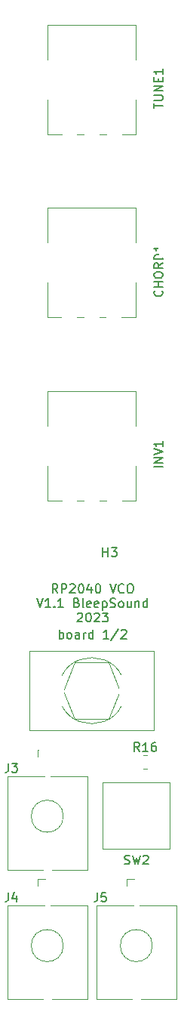
<source format=gto>
G04 #@! TF.GenerationSoftware,KiCad,Pcbnew,7.0.1.1-36-gbcf78dbe24-dirty-deb11*
G04 #@! TF.CreationDate,2023-04-07T07:36:52+00:00*
G04 #@! TF.ProjectId,RP2040-VCO,52503230-3430-42d5-9643-4f2e6b696361,rev?*
G04 #@! TF.SameCoordinates,Original*
G04 #@! TF.FileFunction,Legend,Top*
G04 #@! TF.FilePolarity,Positive*
%FSLAX46Y46*%
G04 Gerber Fmt 4.6, Leading zero omitted, Abs format (unit mm)*
G04 Created by KiCad (PCBNEW 7.0.1.1-36-gbcf78dbe24-dirty-deb11) date 2023-04-07 07:36:52*
%MOMM*%
%LPD*%
G01*
G04 APERTURE LIST*
%ADD10C,0.150000*%
%ADD11C,0.120000*%
%ADD12R,1.930000X1.830000*%
%ADD13C,2.130000*%
%ADD14C,4.000000*%
%ADD15C,1.800000*%
%ADD16C,1.500000*%
%ADD17C,1.524000*%
%ADD18C,3.200000*%
%ADD19O,3.200000X5.000000*%
%ADD20R,1.700000X1.700000*%
%ADD21O,1.700000X1.700000*%
G04 APERTURE END LIST*
D10*
X80171428Y-100542619D02*
X79838095Y-100066428D01*
X79600000Y-100542619D02*
X79600000Y-99542619D01*
X79600000Y-99542619D02*
X79980952Y-99542619D01*
X79980952Y-99542619D02*
X80076190Y-99590238D01*
X80076190Y-99590238D02*
X80123809Y-99637857D01*
X80123809Y-99637857D02*
X80171428Y-99733095D01*
X80171428Y-99733095D02*
X80171428Y-99875952D01*
X80171428Y-99875952D02*
X80123809Y-99971190D01*
X80123809Y-99971190D02*
X80076190Y-100018809D01*
X80076190Y-100018809D02*
X79980952Y-100066428D01*
X79980952Y-100066428D02*
X79600000Y-100066428D01*
X80600000Y-100542619D02*
X80600000Y-99542619D01*
X80600000Y-99542619D02*
X80980952Y-99542619D01*
X80980952Y-99542619D02*
X81076190Y-99590238D01*
X81076190Y-99590238D02*
X81123809Y-99637857D01*
X81123809Y-99637857D02*
X81171428Y-99733095D01*
X81171428Y-99733095D02*
X81171428Y-99875952D01*
X81171428Y-99875952D02*
X81123809Y-99971190D01*
X81123809Y-99971190D02*
X81076190Y-100018809D01*
X81076190Y-100018809D02*
X80980952Y-100066428D01*
X80980952Y-100066428D02*
X80600000Y-100066428D01*
X81552381Y-99637857D02*
X81600000Y-99590238D01*
X81600000Y-99590238D02*
X81695238Y-99542619D01*
X81695238Y-99542619D02*
X81933333Y-99542619D01*
X81933333Y-99542619D02*
X82028571Y-99590238D01*
X82028571Y-99590238D02*
X82076190Y-99637857D01*
X82076190Y-99637857D02*
X82123809Y-99733095D01*
X82123809Y-99733095D02*
X82123809Y-99828333D01*
X82123809Y-99828333D02*
X82076190Y-99971190D01*
X82076190Y-99971190D02*
X81504762Y-100542619D01*
X81504762Y-100542619D02*
X82123809Y-100542619D01*
X82742857Y-99542619D02*
X82838095Y-99542619D01*
X82838095Y-99542619D02*
X82933333Y-99590238D01*
X82933333Y-99590238D02*
X82980952Y-99637857D01*
X82980952Y-99637857D02*
X83028571Y-99733095D01*
X83028571Y-99733095D02*
X83076190Y-99923571D01*
X83076190Y-99923571D02*
X83076190Y-100161666D01*
X83076190Y-100161666D02*
X83028571Y-100352142D01*
X83028571Y-100352142D02*
X82980952Y-100447380D01*
X82980952Y-100447380D02*
X82933333Y-100495000D01*
X82933333Y-100495000D02*
X82838095Y-100542619D01*
X82838095Y-100542619D02*
X82742857Y-100542619D01*
X82742857Y-100542619D02*
X82647619Y-100495000D01*
X82647619Y-100495000D02*
X82600000Y-100447380D01*
X82600000Y-100447380D02*
X82552381Y-100352142D01*
X82552381Y-100352142D02*
X82504762Y-100161666D01*
X82504762Y-100161666D02*
X82504762Y-99923571D01*
X82504762Y-99923571D02*
X82552381Y-99733095D01*
X82552381Y-99733095D02*
X82600000Y-99637857D01*
X82600000Y-99637857D02*
X82647619Y-99590238D01*
X82647619Y-99590238D02*
X82742857Y-99542619D01*
X83933333Y-99875952D02*
X83933333Y-100542619D01*
X83695238Y-99495000D02*
X83457143Y-100209285D01*
X83457143Y-100209285D02*
X84076190Y-100209285D01*
X84647619Y-99542619D02*
X84742857Y-99542619D01*
X84742857Y-99542619D02*
X84838095Y-99590238D01*
X84838095Y-99590238D02*
X84885714Y-99637857D01*
X84885714Y-99637857D02*
X84933333Y-99733095D01*
X84933333Y-99733095D02*
X84980952Y-99923571D01*
X84980952Y-99923571D02*
X84980952Y-100161666D01*
X84980952Y-100161666D02*
X84933333Y-100352142D01*
X84933333Y-100352142D02*
X84885714Y-100447380D01*
X84885714Y-100447380D02*
X84838095Y-100495000D01*
X84838095Y-100495000D02*
X84742857Y-100542619D01*
X84742857Y-100542619D02*
X84647619Y-100542619D01*
X84647619Y-100542619D02*
X84552381Y-100495000D01*
X84552381Y-100495000D02*
X84504762Y-100447380D01*
X84504762Y-100447380D02*
X84457143Y-100352142D01*
X84457143Y-100352142D02*
X84409524Y-100161666D01*
X84409524Y-100161666D02*
X84409524Y-99923571D01*
X84409524Y-99923571D02*
X84457143Y-99733095D01*
X84457143Y-99733095D02*
X84504762Y-99637857D01*
X84504762Y-99637857D02*
X84552381Y-99590238D01*
X84552381Y-99590238D02*
X84647619Y-99542619D01*
X86028572Y-99542619D02*
X86361905Y-100542619D01*
X86361905Y-100542619D02*
X86695238Y-99542619D01*
X87600000Y-100447380D02*
X87552381Y-100495000D01*
X87552381Y-100495000D02*
X87409524Y-100542619D01*
X87409524Y-100542619D02*
X87314286Y-100542619D01*
X87314286Y-100542619D02*
X87171429Y-100495000D01*
X87171429Y-100495000D02*
X87076191Y-100399761D01*
X87076191Y-100399761D02*
X87028572Y-100304523D01*
X87028572Y-100304523D02*
X86980953Y-100114047D01*
X86980953Y-100114047D02*
X86980953Y-99971190D01*
X86980953Y-99971190D02*
X87028572Y-99780714D01*
X87028572Y-99780714D02*
X87076191Y-99685476D01*
X87076191Y-99685476D02*
X87171429Y-99590238D01*
X87171429Y-99590238D02*
X87314286Y-99542619D01*
X87314286Y-99542619D02*
X87409524Y-99542619D01*
X87409524Y-99542619D02*
X87552381Y-99590238D01*
X87552381Y-99590238D02*
X87600000Y-99637857D01*
X88219048Y-99542619D02*
X88409524Y-99542619D01*
X88409524Y-99542619D02*
X88504762Y-99590238D01*
X88504762Y-99590238D02*
X88600000Y-99685476D01*
X88600000Y-99685476D02*
X88647619Y-99875952D01*
X88647619Y-99875952D02*
X88647619Y-100209285D01*
X88647619Y-100209285D02*
X88600000Y-100399761D01*
X88600000Y-100399761D02*
X88504762Y-100495000D01*
X88504762Y-100495000D02*
X88409524Y-100542619D01*
X88409524Y-100542619D02*
X88219048Y-100542619D01*
X88219048Y-100542619D02*
X88123810Y-100495000D01*
X88123810Y-100495000D02*
X88028572Y-100399761D01*
X88028572Y-100399761D02*
X87980953Y-100209285D01*
X87980953Y-100209285D02*
X87980953Y-99875952D01*
X87980953Y-99875952D02*
X88028572Y-99685476D01*
X88028572Y-99685476D02*
X88123810Y-99590238D01*
X88123810Y-99590238D02*
X88219048Y-99542619D01*
X77838095Y-101162619D02*
X78171428Y-102162619D01*
X78171428Y-102162619D02*
X78504761Y-101162619D01*
X79361904Y-102162619D02*
X78790476Y-102162619D01*
X79076190Y-102162619D02*
X79076190Y-101162619D01*
X79076190Y-101162619D02*
X78980952Y-101305476D01*
X78980952Y-101305476D02*
X78885714Y-101400714D01*
X78885714Y-101400714D02*
X78790476Y-101448333D01*
X79790476Y-102067380D02*
X79838095Y-102115000D01*
X79838095Y-102115000D02*
X79790476Y-102162619D01*
X79790476Y-102162619D02*
X79742857Y-102115000D01*
X79742857Y-102115000D02*
X79790476Y-102067380D01*
X79790476Y-102067380D02*
X79790476Y-102162619D01*
X80790475Y-102162619D02*
X80219047Y-102162619D01*
X80504761Y-102162619D02*
X80504761Y-101162619D01*
X80504761Y-101162619D02*
X80409523Y-101305476D01*
X80409523Y-101305476D02*
X80314285Y-101400714D01*
X80314285Y-101400714D02*
X80219047Y-101448333D01*
X82314285Y-101638809D02*
X82457142Y-101686428D01*
X82457142Y-101686428D02*
X82504761Y-101734047D01*
X82504761Y-101734047D02*
X82552380Y-101829285D01*
X82552380Y-101829285D02*
X82552380Y-101972142D01*
X82552380Y-101972142D02*
X82504761Y-102067380D01*
X82504761Y-102067380D02*
X82457142Y-102115000D01*
X82457142Y-102115000D02*
X82361904Y-102162619D01*
X82361904Y-102162619D02*
X81980952Y-102162619D01*
X81980952Y-102162619D02*
X81980952Y-101162619D01*
X81980952Y-101162619D02*
X82314285Y-101162619D01*
X82314285Y-101162619D02*
X82409523Y-101210238D01*
X82409523Y-101210238D02*
X82457142Y-101257857D01*
X82457142Y-101257857D02*
X82504761Y-101353095D01*
X82504761Y-101353095D02*
X82504761Y-101448333D01*
X82504761Y-101448333D02*
X82457142Y-101543571D01*
X82457142Y-101543571D02*
X82409523Y-101591190D01*
X82409523Y-101591190D02*
X82314285Y-101638809D01*
X82314285Y-101638809D02*
X81980952Y-101638809D01*
X83123809Y-102162619D02*
X83028571Y-102115000D01*
X83028571Y-102115000D02*
X82980952Y-102019761D01*
X82980952Y-102019761D02*
X82980952Y-101162619D01*
X83885714Y-102115000D02*
X83790476Y-102162619D01*
X83790476Y-102162619D02*
X83600000Y-102162619D01*
X83600000Y-102162619D02*
X83504762Y-102115000D01*
X83504762Y-102115000D02*
X83457143Y-102019761D01*
X83457143Y-102019761D02*
X83457143Y-101638809D01*
X83457143Y-101638809D02*
X83504762Y-101543571D01*
X83504762Y-101543571D02*
X83600000Y-101495952D01*
X83600000Y-101495952D02*
X83790476Y-101495952D01*
X83790476Y-101495952D02*
X83885714Y-101543571D01*
X83885714Y-101543571D02*
X83933333Y-101638809D01*
X83933333Y-101638809D02*
X83933333Y-101734047D01*
X83933333Y-101734047D02*
X83457143Y-101829285D01*
X84742857Y-102115000D02*
X84647619Y-102162619D01*
X84647619Y-102162619D02*
X84457143Y-102162619D01*
X84457143Y-102162619D02*
X84361905Y-102115000D01*
X84361905Y-102115000D02*
X84314286Y-102019761D01*
X84314286Y-102019761D02*
X84314286Y-101638809D01*
X84314286Y-101638809D02*
X84361905Y-101543571D01*
X84361905Y-101543571D02*
X84457143Y-101495952D01*
X84457143Y-101495952D02*
X84647619Y-101495952D01*
X84647619Y-101495952D02*
X84742857Y-101543571D01*
X84742857Y-101543571D02*
X84790476Y-101638809D01*
X84790476Y-101638809D02*
X84790476Y-101734047D01*
X84790476Y-101734047D02*
X84314286Y-101829285D01*
X85219048Y-101495952D02*
X85219048Y-102495952D01*
X85219048Y-101543571D02*
X85314286Y-101495952D01*
X85314286Y-101495952D02*
X85504762Y-101495952D01*
X85504762Y-101495952D02*
X85600000Y-101543571D01*
X85600000Y-101543571D02*
X85647619Y-101591190D01*
X85647619Y-101591190D02*
X85695238Y-101686428D01*
X85695238Y-101686428D02*
X85695238Y-101972142D01*
X85695238Y-101972142D02*
X85647619Y-102067380D01*
X85647619Y-102067380D02*
X85600000Y-102115000D01*
X85600000Y-102115000D02*
X85504762Y-102162619D01*
X85504762Y-102162619D02*
X85314286Y-102162619D01*
X85314286Y-102162619D02*
X85219048Y-102115000D01*
X86076191Y-102115000D02*
X86219048Y-102162619D01*
X86219048Y-102162619D02*
X86457143Y-102162619D01*
X86457143Y-102162619D02*
X86552381Y-102115000D01*
X86552381Y-102115000D02*
X86600000Y-102067380D01*
X86600000Y-102067380D02*
X86647619Y-101972142D01*
X86647619Y-101972142D02*
X86647619Y-101876904D01*
X86647619Y-101876904D02*
X86600000Y-101781666D01*
X86600000Y-101781666D02*
X86552381Y-101734047D01*
X86552381Y-101734047D02*
X86457143Y-101686428D01*
X86457143Y-101686428D02*
X86266667Y-101638809D01*
X86266667Y-101638809D02*
X86171429Y-101591190D01*
X86171429Y-101591190D02*
X86123810Y-101543571D01*
X86123810Y-101543571D02*
X86076191Y-101448333D01*
X86076191Y-101448333D02*
X86076191Y-101353095D01*
X86076191Y-101353095D02*
X86123810Y-101257857D01*
X86123810Y-101257857D02*
X86171429Y-101210238D01*
X86171429Y-101210238D02*
X86266667Y-101162619D01*
X86266667Y-101162619D02*
X86504762Y-101162619D01*
X86504762Y-101162619D02*
X86647619Y-101210238D01*
X87219048Y-102162619D02*
X87123810Y-102115000D01*
X87123810Y-102115000D02*
X87076191Y-102067380D01*
X87076191Y-102067380D02*
X87028572Y-101972142D01*
X87028572Y-101972142D02*
X87028572Y-101686428D01*
X87028572Y-101686428D02*
X87076191Y-101591190D01*
X87076191Y-101591190D02*
X87123810Y-101543571D01*
X87123810Y-101543571D02*
X87219048Y-101495952D01*
X87219048Y-101495952D02*
X87361905Y-101495952D01*
X87361905Y-101495952D02*
X87457143Y-101543571D01*
X87457143Y-101543571D02*
X87504762Y-101591190D01*
X87504762Y-101591190D02*
X87552381Y-101686428D01*
X87552381Y-101686428D02*
X87552381Y-101972142D01*
X87552381Y-101972142D02*
X87504762Y-102067380D01*
X87504762Y-102067380D02*
X87457143Y-102115000D01*
X87457143Y-102115000D02*
X87361905Y-102162619D01*
X87361905Y-102162619D02*
X87219048Y-102162619D01*
X88409524Y-101495952D02*
X88409524Y-102162619D01*
X87980953Y-101495952D02*
X87980953Y-102019761D01*
X87980953Y-102019761D02*
X88028572Y-102115000D01*
X88028572Y-102115000D02*
X88123810Y-102162619D01*
X88123810Y-102162619D02*
X88266667Y-102162619D01*
X88266667Y-102162619D02*
X88361905Y-102115000D01*
X88361905Y-102115000D02*
X88409524Y-102067380D01*
X88885715Y-101495952D02*
X88885715Y-102162619D01*
X88885715Y-101591190D02*
X88933334Y-101543571D01*
X88933334Y-101543571D02*
X89028572Y-101495952D01*
X89028572Y-101495952D02*
X89171429Y-101495952D01*
X89171429Y-101495952D02*
X89266667Y-101543571D01*
X89266667Y-101543571D02*
X89314286Y-101638809D01*
X89314286Y-101638809D02*
X89314286Y-102162619D01*
X90219048Y-102162619D02*
X90219048Y-101162619D01*
X90219048Y-102115000D02*
X90123810Y-102162619D01*
X90123810Y-102162619D02*
X89933334Y-102162619D01*
X89933334Y-102162619D02*
X89838096Y-102115000D01*
X89838096Y-102115000D02*
X89790477Y-102067380D01*
X89790477Y-102067380D02*
X89742858Y-101972142D01*
X89742858Y-101972142D02*
X89742858Y-101686428D01*
X89742858Y-101686428D02*
X89790477Y-101591190D01*
X89790477Y-101591190D02*
X89838096Y-101543571D01*
X89838096Y-101543571D02*
X89933334Y-101495952D01*
X89933334Y-101495952D02*
X90123810Y-101495952D01*
X90123810Y-101495952D02*
X90219048Y-101543571D01*
X82385714Y-102877857D02*
X82433333Y-102830238D01*
X82433333Y-102830238D02*
X82528571Y-102782619D01*
X82528571Y-102782619D02*
X82766666Y-102782619D01*
X82766666Y-102782619D02*
X82861904Y-102830238D01*
X82861904Y-102830238D02*
X82909523Y-102877857D01*
X82909523Y-102877857D02*
X82957142Y-102973095D01*
X82957142Y-102973095D02*
X82957142Y-103068333D01*
X82957142Y-103068333D02*
X82909523Y-103211190D01*
X82909523Y-103211190D02*
X82338095Y-103782619D01*
X82338095Y-103782619D02*
X82957142Y-103782619D01*
X83576190Y-102782619D02*
X83671428Y-102782619D01*
X83671428Y-102782619D02*
X83766666Y-102830238D01*
X83766666Y-102830238D02*
X83814285Y-102877857D01*
X83814285Y-102877857D02*
X83861904Y-102973095D01*
X83861904Y-102973095D02*
X83909523Y-103163571D01*
X83909523Y-103163571D02*
X83909523Y-103401666D01*
X83909523Y-103401666D02*
X83861904Y-103592142D01*
X83861904Y-103592142D02*
X83814285Y-103687380D01*
X83814285Y-103687380D02*
X83766666Y-103735000D01*
X83766666Y-103735000D02*
X83671428Y-103782619D01*
X83671428Y-103782619D02*
X83576190Y-103782619D01*
X83576190Y-103782619D02*
X83480952Y-103735000D01*
X83480952Y-103735000D02*
X83433333Y-103687380D01*
X83433333Y-103687380D02*
X83385714Y-103592142D01*
X83385714Y-103592142D02*
X83338095Y-103401666D01*
X83338095Y-103401666D02*
X83338095Y-103163571D01*
X83338095Y-103163571D02*
X83385714Y-102973095D01*
X83385714Y-102973095D02*
X83433333Y-102877857D01*
X83433333Y-102877857D02*
X83480952Y-102830238D01*
X83480952Y-102830238D02*
X83576190Y-102782619D01*
X84290476Y-102877857D02*
X84338095Y-102830238D01*
X84338095Y-102830238D02*
X84433333Y-102782619D01*
X84433333Y-102782619D02*
X84671428Y-102782619D01*
X84671428Y-102782619D02*
X84766666Y-102830238D01*
X84766666Y-102830238D02*
X84814285Y-102877857D01*
X84814285Y-102877857D02*
X84861904Y-102973095D01*
X84861904Y-102973095D02*
X84861904Y-103068333D01*
X84861904Y-103068333D02*
X84814285Y-103211190D01*
X84814285Y-103211190D02*
X84242857Y-103782619D01*
X84242857Y-103782619D02*
X84861904Y-103782619D01*
X85195238Y-102782619D02*
X85814285Y-102782619D01*
X85814285Y-102782619D02*
X85480952Y-103163571D01*
X85480952Y-103163571D02*
X85623809Y-103163571D01*
X85623809Y-103163571D02*
X85719047Y-103211190D01*
X85719047Y-103211190D02*
X85766666Y-103258809D01*
X85766666Y-103258809D02*
X85814285Y-103354047D01*
X85814285Y-103354047D02*
X85814285Y-103592142D01*
X85814285Y-103592142D02*
X85766666Y-103687380D01*
X85766666Y-103687380D02*
X85719047Y-103735000D01*
X85719047Y-103735000D02*
X85623809Y-103782619D01*
X85623809Y-103782619D02*
X85338095Y-103782619D01*
X85338095Y-103782619D02*
X85242857Y-103735000D01*
X85242857Y-103735000D02*
X85195238Y-103687380D01*
X80361904Y-105662619D02*
X80361904Y-104662619D01*
X80361904Y-105043571D02*
X80457142Y-104995952D01*
X80457142Y-104995952D02*
X80647618Y-104995952D01*
X80647618Y-104995952D02*
X80742856Y-105043571D01*
X80742856Y-105043571D02*
X80790475Y-105091190D01*
X80790475Y-105091190D02*
X80838094Y-105186428D01*
X80838094Y-105186428D02*
X80838094Y-105472142D01*
X80838094Y-105472142D02*
X80790475Y-105567380D01*
X80790475Y-105567380D02*
X80742856Y-105615000D01*
X80742856Y-105615000D02*
X80647618Y-105662619D01*
X80647618Y-105662619D02*
X80457142Y-105662619D01*
X80457142Y-105662619D02*
X80361904Y-105615000D01*
X81409523Y-105662619D02*
X81314285Y-105615000D01*
X81314285Y-105615000D02*
X81266666Y-105567380D01*
X81266666Y-105567380D02*
X81219047Y-105472142D01*
X81219047Y-105472142D02*
X81219047Y-105186428D01*
X81219047Y-105186428D02*
X81266666Y-105091190D01*
X81266666Y-105091190D02*
X81314285Y-105043571D01*
X81314285Y-105043571D02*
X81409523Y-104995952D01*
X81409523Y-104995952D02*
X81552380Y-104995952D01*
X81552380Y-104995952D02*
X81647618Y-105043571D01*
X81647618Y-105043571D02*
X81695237Y-105091190D01*
X81695237Y-105091190D02*
X81742856Y-105186428D01*
X81742856Y-105186428D02*
X81742856Y-105472142D01*
X81742856Y-105472142D02*
X81695237Y-105567380D01*
X81695237Y-105567380D02*
X81647618Y-105615000D01*
X81647618Y-105615000D02*
X81552380Y-105662619D01*
X81552380Y-105662619D02*
X81409523Y-105662619D01*
X82599999Y-105662619D02*
X82599999Y-105138809D01*
X82599999Y-105138809D02*
X82552380Y-105043571D01*
X82552380Y-105043571D02*
X82457142Y-104995952D01*
X82457142Y-104995952D02*
X82266666Y-104995952D01*
X82266666Y-104995952D02*
X82171428Y-105043571D01*
X82599999Y-105615000D02*
X82504761Y-105662619D01*
X82504761Y-105662619D02*
X82266666Y-105662619D01*
X82266666Y-105662619D02*
X82171428Y-105615000D01*
X82171428Y-105615000D02*
X82123809Y-105519761D01*
X82123809Y-105519761D02*
X82123809Y-105424523D01*
X82123809Y-105424523D02*
X82171428Y-105329285D01*
X82171428Y-105329285D02*
X82266666Y-105281666D01*
X82266666Y-105281666D02*
X82504761Y-105281666D01*
X82504761Y-105281666D02*
X82599999Y-105234047D01*
X83076190Y-105662619D02*
X83076190Y-104995952D01*
X83076190Y-105186428D02*
X83123809Y-105091190D01*
X83123809Y-105091190D02*
X83171428Y-105043571D01*
X83171428Y-105043571D02*
X83266666Y-104995952D01*
X83266666Y-104995952D02*
X83361904Y-104995952D01*
X84123809Y-105662619D02*
X84123809Y-104662619D01*
X84123809Y-105615000D02*
X84028571Y-105662619D01*
X84028571Y-105662619D02*
X83838095Y-105662619D01*
X83838095Y-105662619D02*
X83742857Y-105615000D01*
X83742857Y-105615000D02*
X83695238Y-105567380D01*
X83695238Y-105567380D02*
X83647619Y-105472142D01*
X83647619Y-105472142D02*
X83647619Y-105186428D01*
X83647619Y-105186428D02*
X83695238Y-105091190D01*
X83695238Y-105091190D02*
X83742857Y-105043571D01*
X83742857Y-105043571D02*
X83838095Y-104995952D01*
X83838095Y-104995952D02*
X84028571Y-104995952D01*
X84028571Y-104995952D02*
X84123809Y-105043571D01*
X85885714Y-105662619D02*
X85314286Y-105662619D01*
X85600000Y-105662619D02*
X85600000Y-104662619D01*
X85600000Y-104662619D02*
X85504762Y-104805476D01*
X85504762Y-104805476D02*
X85409524Y-104900714D01*
X85409524Y-104900714D02*
X85314286Y-104948333D01*
X87028571Y-104615000D02*
X86171429Y-105900714D01*
X87314286Y-104757857D02*
X87361905Y-104710238D01*
X87361905Y-104710238D02*
X87457143Y-104662619D01*
X87457143Y-104662619D02*
X87695238Y-104662619D01*
X87695238Y-104662619D02*
X87790476Y-104710238D01*
X87790476Y-104710238D02*
X87838095Y-104757857D01*
X87838095Y-104757857D02*
X87885714Y-104853095D01*
X87885714Y-104853095D02*
X87885714Y-104948333D01*
X87885714Y-104948333D02*
X87838095Y-105091190D01*
X87838095Y-105091190D02*
X87266667Y-105662619D01*
X87266667Y-105662619D02*
X87885714Y-105662619D01*
X84636666Y-134142619D02*
X84636666Y-134856904D01*
X84636666Y-134856904D02*
X84589047Y-134999761D01*
X84589047Y-134999761D02*
X84493809Y-135095000D01*
X84493809Y-135095000D02*
X84350952Y-135142619D01*
X84350952Y-135142619D02*
X84255714Y-135142619D01*
X85589047Y-134142619D02*
X85112857Y-134142619D01*
X85112857Y-134142619D02*
X85065238Y-134618809D01*
X85065238Y-134618809D02*
X85112857Y-134571190D01*
X85112857Y-134571190D02*
X85208095Y-134523571D01*
X85208095Y-134523571D02*
X85446190Y-134523571D01*
X85446190Y-134523571D02*
X85541428Y-134571190D01*
X85541428Y-134571190D02*
X85589047Y-134618809D01*
X85589047Y-134618809D02*
X85636666Y-134714047D01*
X85636666Y-134714047D02*
X85636666Y-134952142D01*
X85636666Y-134952142D02*
X85589047Y-135047380D01*
X85589047Y-135047380D02*
X85541428Y-135095000D01*
X85541428Y-135095000D02*
X85446190Y-135142619D01*
X85446190Y-135142619D02*
X85208095Y-135142619D01*
X85208095Y-135142619D02*
X85112857Y-135095000D01*
X85112857Y-135095000D02*
X85065238Y-135047380D01*
X74636666Y-134142619D02*
X74636666Y-134856904D01*
X74636666Y-134856904D02*
X74589047Y-134999761D01*
X74589047Y-134999761D02*
X74493809Y-135095000D01*
X74493809Y-135095000D02*
X74350952Y-135142619D01*
X74350952Y-135142619D02*
X74255714Y-135142619D01*
X75541428Y-134475952D02*
X75541428Y-135142619D01*
X75303333Y-134095000D02*
X75065238Y-134809285D01*
X75065238Y-134809285D02*
X75684285Y-134809285D01*
X74636666Y-119642619D02*
X74636666Y-120356904D01*
X74636666Y-120356904D02*
X74589047Y-120499761D01*
X74589047Y-120499761D02*
X74493809Y-120595000D01*
X74493809Y-120595000D02*
X74350952Y-120642619D01*
X74350952Y-120642619D02*
X74255714Y-120642619D01*
X75017619Y-119642619D02*
X75636666Y-119642619D01*
X75636666Y-119642619D02*
X75303333Y-120023571D01*
X75303333Y-120023571D02*
X75446190Y-120023571D01*
X75446190Y-120023571D02*
X75541428Y-120071190D01*
X75541428Y-120071190D02*
X75589047Y-120118809D01*
X75589047Y-120118809D02*
X75636666Y-120214047D01*
X75636666Y-120214047D02*
X75636666Y-120452142D01*
X75636666Y-120452142D02*
X75589047Y-120547380D01*
X75589047Y-120547380D02*
X75541428Y-120595000D01*
X75541428Y-120595000D02*
X75446190Y-120642619D01*
X75446190Y-120642619D02*
X75160476Y-120642619D01*
X75160476Y-120642619D02*
X75065238Y-120595000D01*
X75065238Y-120595000D02*
X75017619Y-120547380D01*
X90962619Y-46211904D02*
X90962619Y-45640476D01*
X91962619Y-45926190D02*
X90962619Y-45926190D01*
X90962619Y-45307142D02*
X91772142Y-45307142D01*
X91772142Y-45307142D02*
X91867380Y-45259523D01*
X91867380Y-45259523D02*
X91915000Y-45211904D01*
X91915000Y-45211904D02*
X91962619Y-45116666D01*
X91962619Y-45116666D02*
X91962619Y-44926190D01*
X91962619Y-44926190D02*
X91915000Y-44830952D01*
X91915000Y-44830952D02*
X91867380Y-44783333D01*
X91867380Y-44783333D02*
X91772142Y-44735714D01*
X91772142Y-44735714D02*
X90962619Y-44735714D01*
X91962619Y-44259523D02*
X90962619Y-44259523D01*
X90962619Y-44259523D02*
X91962619Y-43688095D01*
X91962619Y-43688095D02*
X90962619Y-43688095D01*
X91438809Y-43211904D02*
X91438809Y-42878571D01*
X91962619Y-42735714D02*
X91962619Y-43211904D01*
X91962619Y-43211904D02*
X90962619Y-43211904D01*
X90962619Y-43211904D02*
X90962619Y-42735714D01*
X91962619Y-41783333D02*
X91962619Y-42354761D01*
X91962619Y-42069047D02*
X90962619Y-42069047D01*
X90962619Y-42069047D02*
X91105476Y-42164285D01*
X91105476Y-42164285D02*
X91200714Y-42259523D01*
X91200714Y-42259523D02*
X91248333Y-42354761D01*
X87666667Y-130915000D02*
X87809524Y-130962619D01*
X87809524Y-130962619D02*
X88047619Y-130962619D01*
X88047619Y-130962619D02*
X88142857Y-130915000D01*
X88142857Y-130915000D02*
X88190476Y-130867380D01*
X88190476Y-130867380D02*
X88238095Y-130772142D01*
X88238095Y-130772142D02*
X88238095Y-130676904D01*
X88238095Y-130676904D02*
X88190476Y-130581666D01*
X88190476Y-130581666D02*
X88142857Y-130534047D01*
X88142857Y-130534047D02*
X88047619Y-130486428D01*
X88047619Y-130486428D02*
X87857143Y-130438809D01*
X87857143Y-130438809D02*
X87761905Y-130391190D01*
X87761905Y-130391190D02*
X87714286Y-130343571D01*
X87714286Y-130343571D02*
X87666667Y-130248333D01*
X87666667Y-130248333D02*
X87666667Y-130153095D01*
X87666667Y-130153095D02*
X87714286Y-130057857D01*
X87714286Y-130057857D02*
X87761905Y-130010238D01*
X87761905Y-130010238D02*
X87857143Y-129962619D01*
X87857143Y-129962619D02*
X88095238Y-129962619D01*
X88095238Y-129962619D02*
X88238095Y-130010238D01*
X88571429Y-129962619D02*
X88809524Y-130962619D01*
X88809524Y-130962619D02*
X89000000Y-130248333D01*
X89000000Y-130248333D02*
X89190476Y-130962619D01*
X89190476Y-130962619D02*
X89428572Y-129962619D01*
X89761905Y-130057857D02*
X89809524Y-130010238D01*
X89809524Y-130010238D02*
X89904762Y-129962619D01*
X89904762Y-129962619D02*
X90142857Y-129962619D01*
X90142857Y-129962619D02*
X90238095Y-130010238D01*
X90238095Y-130010238D02*
X90285714Y-130057857D01*
X90285714Y-130057857D02*
X90333333Y-130153095D01*
X90333333Y-130153095D02*
X90333333Y-130248333D01*
X90333333Y-130248333D02*
X90285714Y-130391190D01*
X90285714Y-130391190D02*
X89714286Y-130962619D01*
X89714286Y-130962619D02*
X90333333Y-130962619D01*
X85238095Y-96462619D02*
X85238095Y-95462619D01*
X85238095Y-95938809D02*
X85809523Y-95938809D01*
X85809523Y-96462619D02*
X85809523Y-95462619D01*
X86190476Y-95462619D02*
X86809523Y-95462619D01*
X86809523Y-95462619D02*
X86476190Y-95843571D01*
X86476190Y-95843571D02*
X86619047Y-95843571D01*
X86619047Y-95843571D02*
X86714285Y-95891190D01*
X86714285Y-95891190D02*
X86761904Y-95938809D01*
X86761904Y-95938809D02*
X86809523Y-96034047D01*
X86809523Y-96034047D02*
X86809523Y-96272142D01*
X86809523Y-96272142D02*
X86761904Y-96367380D01*
X86761904Y-96367380D02*
X86714285Y-96415000D01*
X86714285Y-96415000D02*
X86619047Y-96462619D01*
X86619047Y-96462619D02*
X86333333Y-96462619D01*
X86333333Y-96462619D02*
X86238095Y-96415000D01*
X86238095Y-96415000D02*
X86190476Y-96367380D01*
X89357142Y-118312619D02*
X89023809Y-117836428D01*
X88785714Y-118312619D02*
X88785714Y-117312619D01*
X88785714Y-117312619D02*
X89166666Y-117312619D01*
X89166666Y-117312619D02*
X89261904Y-117360238D01*
X89261904Y-117360238D02*
X89309523Y-117407857D01*
X89309523Y-117407857D02*
X89357142Y-117503095D01*
X89357142Y-117503095D02*
X89357142Y-117645952D01*
X89357142Y-117645952D02*
X89309523Y-117741190D01*
X89309523Y-117741190D02*
X89261904Y-117788809D01*
X89261904Y-117788809D02*
X89166666Y-117836428D01*
X89166666Y-117836428D02*
X88785714Y-117836428D01*
X90309523Y-118312619D02*
X89738095Y-118312619D01*
X90023809Y-118312619D02*
X90023809Y-117312619D01*
X90023809Y-117312619D02*
X89928571Y-117455476D01*
X89928571Y-117455476D02*
X89833333Y-117550714D01*
X89833333Y-117550714D02*
X89738095Y-117598333D01*
X91166666Y-117312619D02*
X90976190Y-117312619D01*
X90976190Y-117312619D02*
X90880952Y-117360238D01*
X90880952Y-117360238D02*
X90833333Y-117407857D01*
X90833333Y-117407857D02*
X90738095Y-117550714D01*
X90738095Y-117550714D02*
X90690476Y-117741190D01*
X90690476Y-117741190D02*
X90690476Y-118122142D01*
X90690476Y-118122142D02*
X90738095Y-118217380D01*
X90738095Y-118217380D02*
X90785714Y-118265000D01*
X90785714Y-118265000D02*
X90880952Y-118312619D01*
X90880952Y-118312619D02*
X91071428Y-118312619D01*
X91071428Y-118312619D02*
X91166666Y-118265000D01*
X91166666Y-118265000D02*
X91214285Y-118217380D01*
X91214285Y-118217380D02*
X91261904Y-118122142D01*
X91261904Y-118122142D02*
X91261904Y-117884047D01*
X91261904Y-117884047D02*
X91214285Y-117788809D01*
X91214285Y-117788809D02*
X91166666Y-117741190D01*
X91166666Y-117741190D02*
X91071428Y-117693571D01*
X91071428Y-117693571D02*
X90880952Y-117693571D01*
X90880952Y-117693571D02*
X90785714Y-117741190D01*
X90785714Y-117741190D02*
X90738095Y-117788809D01*
X90738095Y-117788809D02*
X90690476Y-117884047D01*
X91867380Y-66664285D02*
X91915000Y-66711904D01*
X91915000Y-66711904D02*
X91962619Y-66854761D01*
X91962619Y-66854761D02*
X91962619Y-66949999D01*
X91962619Y-66949999D02*
X91915000Y-67092856D01*
X91915000Y-67092856D02*
X91819761Y-67188094D01*
X91819761Y-67188094D02*
X91724523Y-67235713D01*
X91724523Y-67235713D02*
X91534047Y-67283332D01*
X91534047Y-67283332D02*
X91391190Y-67283332D01*
X91391190Y-67283332D02*
X91200714Y-67235713D01*
X91200714Y-67235713D02*
X91105476Y-67188094D01*
X91105476Y-67188094D02*
X91010238Y-67092856D01*
X91010238Y-67092856D02*
X90962619Y-66949999D01*
X90962619Y-66949999D02*
X90962619Y-66854761D01*
X90962619Y-66854761D02*
X91010238Y-66711904D01*
X91010238Y-66711904D02*
X91057857Y-66664285D01*
X91962619Y-66235713D02*
X90962619Y-66235713D01*
X91438809Y-66235713D02*
X91438809Y-65664285D01*
X91962619Y-65664285D02*
X90962619Y-65664285D01*
X90962619Y-64997618D02*
X90962619Y-64807142D01*
X90962619Y-64807142D02*
X91010238Y-64711904D01*
X91010238Y-64711904D02*
X91105476Y-64616666D01*
X91105476Y-64616666D02*
X91295952Y-64569047D01*
X91295952Y-64569047D02*
X91629285Y-64569047D01*
X91629285Y-64569047D02*
X91819761Y-64616666D01*
X91819761Y-64616666D02*
X91915000Y-64711904D01*
X91915000Y-64711904D02*
X91962619Y-64807142D01*
X91962619Y-64807142D02*
X91962619Y-64997618D01*
X91962619Y-64997618D02*
X91915000Y-65092856D01*
X91915000Y-65092856D02*
X91819761Y-65188094D01*
X91819761Y-65188094D02*
X91629285Y-65235713D01*
X91629285Y-65235713D02*
X91295952Y-65235713D01*
X91295952Y-65235713D02*
X91105476Y-65188094D01*
X91105476Y-65188094D02*
X91010238Y-65092856D01*
X91010238Y-65092856D02*
X90962619Y-64997618D01*
X91962619Y-63569047D02*
X91486428Y-63902380D01*
X91962619Y-64140475D02*
X90962619Y-64140475D01*
X90962619Y-64140475D02*
X90962619Y-63759523D01*
X90962619Y-63759523D02*
X91010238Y-63664285D01*
X91010238Y-63664285D02*
X91057857Y-63616666D01*
X91057857Y-63616666D02*
X91153095Y-63569047D01*
X91153095Y-63569047D02*
X91295952Y-63569047D01*
X91295952Y-63569047D02*
X91391190Y-63616666D01*
X91391190Y-63616666D02*
X91438809Y-63664285D01*
X91438809Y-63664285D02*
X91486428Y-63759523D01*
X91486428Y-63759523D02*
X91486428Y-64140475D01*
X91962619Y-63140475D02*
X90962619Y-63140475D01*
X90962619Y-63140475D02*
X90962619Y-62902380D01*
X90962619Y-62902380D02*
X91010238Y-62759523D01*
X91010238Y-62759523D02*
X91105476Y-62664285D01*
X91105476Y-62664285D02*
X91200714Y-62616666D01*
X91200714Y-62616666D02*
X91391190Y-62569047D01*
X91391190Y-62569047D02*
X91534047Y-62569047D01*
X91534047Y-62569047D02*
X91724523Y-62616666D01*
X91724523Y-62616666D02*
X91819761Y-62664285D01*
X91819761Y-62664285D02*
X91915000Y-62759523D01*
X91915000Y-62759523D02*
X91962619Y-62902380D01*
X91962619Y-62902380D02*
X91962619Y-63140475D01*
X91962619Y-61616666D02*
X91962619Y-62188094D01*
X91962619Y-61902380D02*
X90962619Y-61902380D01*
X90962619Y-61902380D02*
X91105476Y-61997618D01*
X91105476Y-61997618D02*
X91200714Y-62092856D01*
X91200714Y-62092856D02*
X91248333Y-62188094D01*
X91962619Y-86428570D02*
X90962619Y-86428570D01*
X91962619Y-85952380D02*
X90962619Y-85952380D01*
X90962619Y-85952380D02*
X91962619Y-85380952D01*
X91962619Y-85380952D02*
X90962619Y-85380952D01*
X90962619Y-85047618D02*
X91962619Y-84714285D01*
X91962619Y-84714285D02*
X90962619Y-84380952D01*
X91962619Y-83523809D02*
X91962619Y-84095237D01*
X91962619Y-83809523D02*
X90962619Y-83809523D01*
X90962619Y-83809523D02*
X91105476Y-83904761D01*
X91105476Y-83904761D02*
X91200714Y-83999999D01*
X91200714Y-83999999D02*
X91248333Y-84095237D01*
D11*
X84500000Y-135580000D02*
X84500000Y-146080000D01*
X87940000Y-132600000D02*
X87940000Y-133400000D01*
X87940000Y-132600000D02*
X88800000Y-132600000D01*
X88500000Y-146080000D02*
X84500000Y-146080000D01*
X88650000Y-135580000D02*
X84500000Y-135580000D01*
X93500000Y-135580000D02*
X89350000Y-135580000D01*
X93500000Y-135580000D02*
X93500000Y-146080000D01*
X93500000Y-146080000D02*
X89500000Y-146080000D01*
X90800000Y-140080000D02*
G75*
G03*
X90800000Y-140080000I-1800000J0D01*
G01*
X74500000Y-135580000D02*
X74500000Y-146080000D01*
X77940000Y-132600000D02*
X77940000Y-133400000D01*
X77940000Y-132600000D02*
X78800000Y-132600000D01*
X78500000Y-146080000D02*
X74500000Y-146080000D01*
X78650000Y-135580000D02*
X74500000Y-135580000D01*
X83500000Y-135580000D02*
X79350000Y-135580000D01*
X83500000Y-135580000D02*
X83500000Y-146080000D01*
X83500000Y-146080000D02*
X79500000Y-146080000D01*
X80800000Y-140080000D02*
G75*
G03*
X80800000Y-140080000I-1800000J0D01*
G01*
X74500000Y-121080000D02*
X74500000Y-131580000D01*
X77940000Y-118100000D02*
X77940000Y-118900000D01*
X77940000Y-118100000D02*
X78800000Y-118100000D01*
X78500000Y-131580000D02*
X74500000Y-131580000D01*
X78650000Y-121080000D02*
X74500000Y-121080000D01*
X83500000Y-121080000D02*
X79350000Y-121080000D01*
X83500000Y-121080000D02*
X83500000Y-131580000D01*
X83500000Y-131580000D02*
X79500000Y-131580000D01*
X80800000Y-125580000D02*
G75*
G03*
X80800000Y-125580000I-1800000J0D01*
G01*
X79030000Y-49120000D02*
X80629000Y-49120000D01*
X79030000Y-49120000D02*
X79030000Y-45255000D01*
X82371000Y-49120000D02*
X83130000Y-49120000D01*
X84871000Y-49120000D02*
X85630000Y-49120000D01*
X87370000Y-49120000D02*
X88970000Y-49120000D01*
X88970000Y-49120000D02*
X88970000Y-45255000D01*
X79030000Y-40745000D02*
X79030000Y-36880000D01*
X88970000Y-40745000D02*
X88970000Y-36880000D01*
X79030000Y-36880000D02*
X88970000Y-36880000D01*
X85250000Y-121750000D02*
X92750000Y-121750000D01*
X85250000Y-129250000D02*
X85250000Y-121750000D01*
X85250000Y-129250000D02*
X92750000Y-129250000D01*
X92750000Y-129250000D02*
X92750000Y-121750000D01*
X89772936Y-118765000D02*
X90227064Y-118765000D01*
X89772936Y-120235000D02*
X90227064Y-120235000D01*
X90985000Y-115945000D02*
X77015000Y-115945000D01*
X90985000Y-107055000D02*
X90985000Y-115945000D01*
X87175000Y-111500000D02*
X85905000Y-114675000D01*
X85905000Y-114675000D02*
X82095000Y-114675000D01*
X85905000Y-108325000D02*
X87175000Y-111500000D01*
X82095000Y-114675000D02*
X80825000Y-111500000D01*
X82095000Y-108325000D02*
X85905000Y-108325000D01*
X80825000Y-111500000D02*
X82095000Y-108325000D01*
X77015000Y-115945000D02*
X77015000Y-107055000D01*
X77015000Y-107055000D02*
X90985000Y-107055000D01*
X87702654Y-111500000D02*
G75*
G03*
X87702654Y-111500000I-3702654J0D01*
G01*
X78990000Y-69620000D02*
X80589000Y-69620000D01*
X78990000Y-69620000D02*
X78990000Y-65755000D01*
X82331000Y-69620000D02*
X83090000Y-69620000D01*
X84831000Y-69620000D02*
X85590000Y-69620000D01*
X87330000Y-69620000D02*
X88930000Y-69620000D01*
X88930000Y-69620000D02*
X88930000Y-65755000D01*
X78990000Y-61245000D02*
X78990000Y-57380000D01*
X88930000Y-61245000D02*
X88930000Y-57380000D01*
X78990000Y-57380000D02*
X88930000Y-57380000D01*
X79030000Y-90170000D02*
X80629000Y-90170000D01*
X79030000Y-90170000D02*
X79030000Y-86305000D01*
X82371000Y-90170000D02*
X83130000Y-90170000D01*
X84871000Y-90170000D02*
X85630000Y-90170000D01*
X87370000Y-90170000D02*
X88970000Y-90170000D01*
X88970000Y-90170000D02*
X88970000Y-86305000D01*
X79030000Y-81795000D02*
X79030000Y-77930000D01*
X88970000Y-81795000D02*
X88970000Y-77930000D01*
X79030000Y-77930000D02*
X88970000Y-77930000D01*
%LPC*%
D12*
X89000000Y-133600000D03*
D13*
X89000000Y-145000000D03*
X89000000Y-136700000D03*
D12*
X79000000Y-133600000D03*
D13*
X79000000Y-145000000D03*
X79000000Y-136700000D03*
D12*
X79000000Y-119100000D03*
D13*
X79000000Y-130500000D03*
X79000000Y-122200000D03*
D14*
X79600000Y-43000000D03*
X88400000Y-43000000D03*
D15*
X86500000Y-50000000D03*
X84000000Y-50000000D03*
X81500000Y-50000000D03*
D16*
X86460000Y-125500000D03*
D17*
X86460000Y-128040000D03*
X86460000Y-122960000D03*
X91540000Y-128040000D03*
X91540000Y-122960000D03*
X89000000Y-122800000D03*
X89000000Y-128200000D03*
D18*
X90500000Y-96000000D03*
G36*
G01*
X88400000Y-119950000D02*
X88400000Y-119050000D01*
G75*
G02*
X88650000Y-118800000I250000J0D01*
G01*
X89350000Y-118800000D01*
G75*
G02*
X89600000Y-119050000I0J-250000D01*
G01*
X89600000Y-119950000D01*
G75*
G02*
X89350000Y-120200000I-250000J0D01*
G01*
X88650000Y-120200000D01*
G75*
G02*
X88400000Y-119950000I0J250000D01*
G01*
G37*
G36*
G01*
X90400000Y-119950000D02*
X90400000Y-119050000D01*
G75*
G02*
X90650000Y-118800000I250000J0D01*
G01*
X91350000Y-118800000D01*
G75*
G02*
X91600000Y-119050000I0J-250000D01*
G01*
X91600000Y-119950000D01*
G75*
G02*
X91350000Y-120200000I-250000J0D01*
G01*
X90650000Y-120200000D01*
G75*
G02*
X90400000Y-119950000I0J250000D01*
G01*
G37*
D19*
X88700000Y-111500000D03*
X84000000Y-111500000D03*
X79300000Y-111500000D03*
D14*
X79560000Y-63500000D03*
X88360000Y-63500000D03*
D15*
X86460000Y-70500000D03*
X83960000Y-70500000D03*
X81460000Y-70500000D03*
D14*
X79600000Y-84050000D03*
X88400000Y-84050000D03*
D15*
X86500000Y-91050000D03*
X84000000Y-91050000D03*
X81500000Y-91050000D03*
D20*
X92200000Y-49500000D03*
D21*
X92200000Y-52040000D03*
X92200000Y-54580000D03*
X92200000Y-57120000D03*
X92200000Y-59660000D03*
X92200000Y-62200000D03*
D20*
X75750000Y-67800000D03*
D21*
X75750000Y-70340000D03*
X75750000Y-72880000D03*
X75750000Y-75420000D03*
X75750000Y-77960000D03*
X75750000Y-80500000D03*
X75750000Y-83040000D03*
X75750000Y-85580000D03*
M02*

</source>
